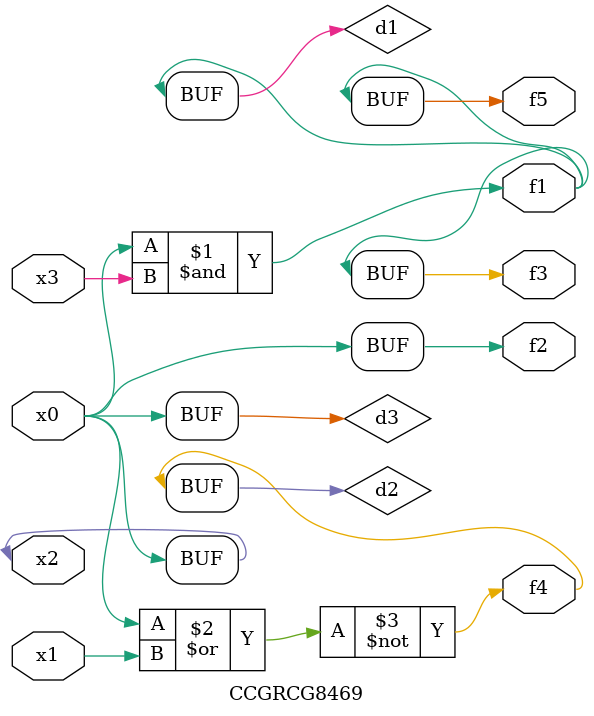
<source format=v>
module CCGRCG8469(
	input x0, x1, x2, x3,
	output f1, f2, f3, f4, f5
);

	wire d1, d2, d3;

	and (d1, x2, x3);
	nor (d2, x0, x1);
	buf (d3, x0, x2);
	assign f1 = d1;
	assign f2 = d3;
	assign f3 = d1;
	assign f4 = d2;
	assign f5 = d1;
endmodule

</source>
